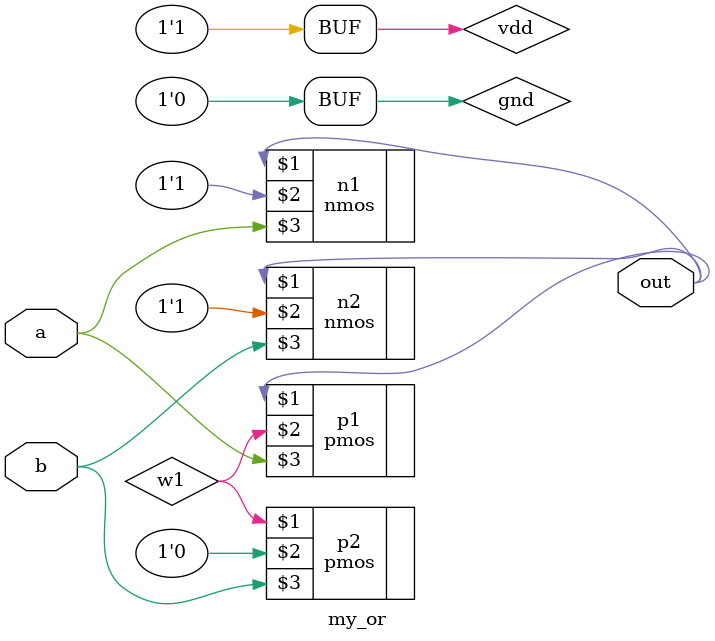
<source format=v>
module my_or (input a, input b, output out);
	supply1 vdd;
	supply0 gnd;
	wire w1;
	nmos n1 (out, vdd, a);
	nmos n2 (out, vdd, b);
	pmos p1 (out, w1, a);
	pmos p2 (w1, gnd, b);
endmodule 
</source>
